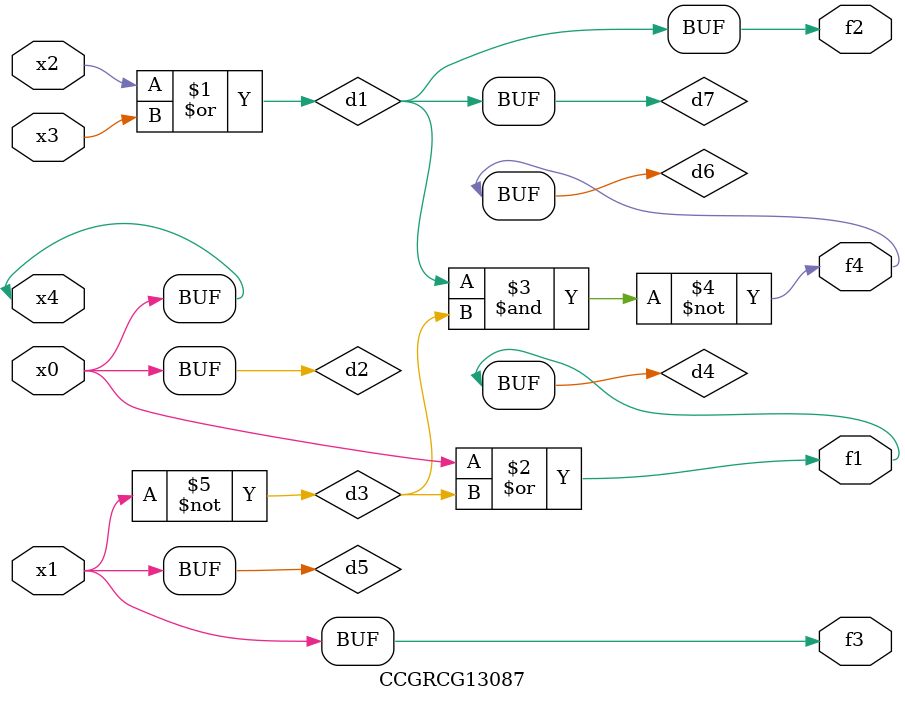
<source format=v>
module CCGRCG13087(
	input x0, x1, x2, x3, x4,
	output f1, f2, f3, f4
);

	wire d1, d2, d3, d4, d5, d6, d7;

	or (d1, x2, x3);
	buf (d2, x0, x4);
	not (d3, x1);
	or (d4, d2, d3);
	not (d5, d3);
	nand (d6, d1, d3);
	or (d7, d1);
	assign f1 = d4;
	assign f2 = d7;
	assign f3 = d5;
	assign f4 = d6;
endmodule

</source>
